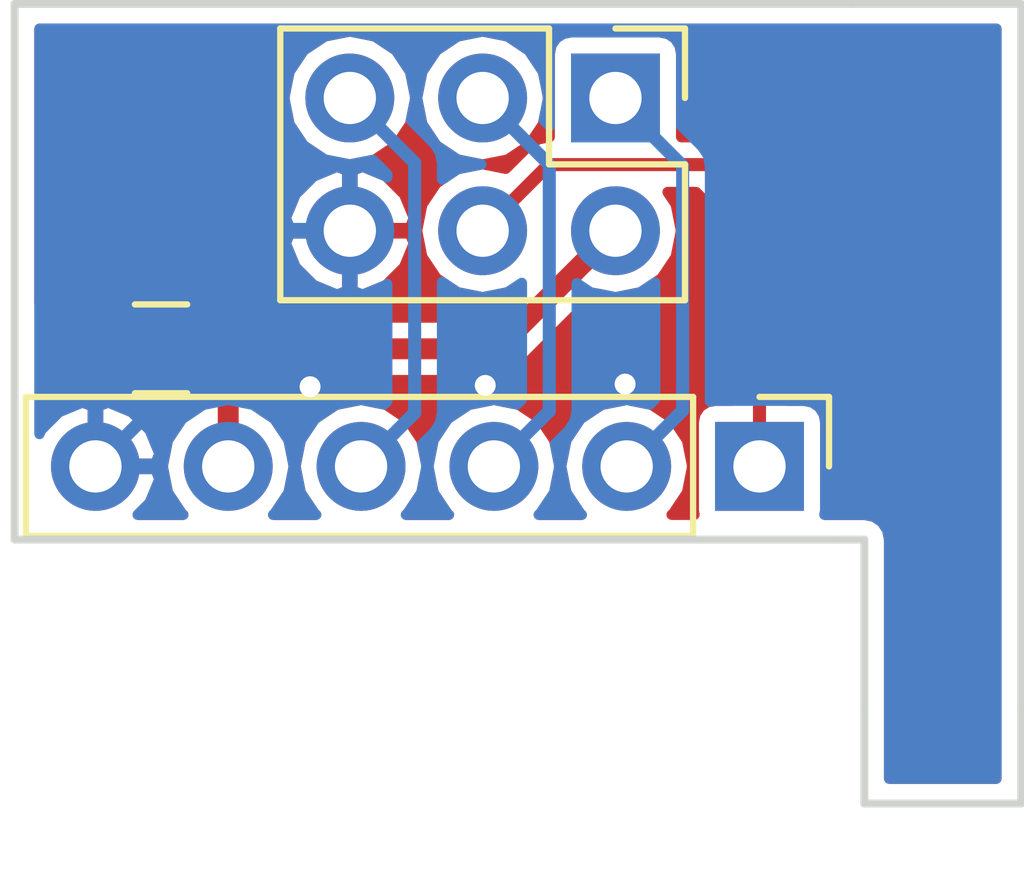
<source format=kicad_pcb>
(kicad_pcb (version 4) (host pcbnew 4.0.6)

  (general
    (links 8)
    (no_connects 8)
    (area 140.674999 101.424999 160.075001 116.875001)
    (thickness 1.6)
    (drawings 10)
    (tracks 29)
    (zones 0)
    (modules 3)
    (nets 7)
  )

  (page A4)
  (layers
    (0 F.Cu signal)
    (31 B.Cu signal)
    (32 B.Adhes user)
    (33 F.Adhes user)
    (34 B.Paste user)
    (35 F.Paste user)
    (36 B.SilkS user)
    (37 F.SilkS user)
    (38 B.Mask user)
    (39 F.Mask user hide)
    (40 Dwgs.User user)
    (41 Cmts.User user)
    (42 Eco1.User user)
    (43 Eco2.User user hide)
    (44 Edge.Cuts user)
    (45 Margin user)
    (46 B.CrtYd user hide)
    (47 F.CrtYd user hide)
    (48 B.Fab user)
    (49 F.Fab user hide)
  )

  (setup
    (last_trace_width 0.25)
    (user_trace_width 0.4)
    (trace_clearance 0.2)
    (zone_clearance 0.3)
    (zone_45_only no)
    (trace_min 0.2)
    (segment_width 0.2)
    (edge_width 0.15)
    (via_size 0.6)
    (via_drill 0.4)
    (via_min_size 0.4)
    (via_min_drill 0.3)
    (uvia_size 0.3)
    (uvia_drill 0.1)
    (uvias_allowed no)
    (uvia_min_size 0.2)
    (uvia_min_drill 0.1)
    (pcb_text_width 0.3)
    (pcb_text_size 1.5 1.5)
    (mod_edge_width 0.15)
    (mod_text_size 1 1)
    (mod_text_width 0.15)
    (pad_size 1.524 1.524)
    (pad_drill 0.762)
    (pad_to_mask_clearance 0.2)
    (aux_axis_origin 0 0)
    (visible_elements 7FFFFFFF)
    (pcbplotparams
      (layerselection 0x010f0_80000001)
      (usegerberextensions true)
      (usegerberattributes true)
      (excludeedgelayer true)
      (linewidth 0.200000)
      (plotframeref false)
      (viasonmask false)
      (mode 1)
      (useauxorigin false)
      (hpglpennumber 1)
      (hpglpenspeed 20)
      (hpglpendiameter 15)
      (hpglpenoverlay 2)
      (psnegative false)
      (psa4output false)
      (plotreference false)
      (plotvalue false)
      (plotinvisibletext false)
      (padsonsilk false)
      (subtractmaskfromsilk false)
      (outputformat 1)
      (mirror false)
      (drillshape 0)
      (scaleselection 1)
      (outputdirectory ""))
  )

  (net 0 "")
  (net 1 +3V3)
  (net 2 GND)
  (net 3 CS)
  (net 4 MISO)
  (net 5 CLK)
  (net 6 MOSI)

  (net_class Default "This is the default net class."
    (clearance 0.2)
    (trace_width 0.25)
    (via_dia 0.6)
    (via_drill 0.4)
    (uvia_dia 0.3)
    (uvia_drill 0.1)
    (add_net +3V3)
    (add_net CLK)
    (add_net CS)
    (add_net GND)
    (add_net MISO)
    (add_net MOSI)
  )

  (module Capacitors_SMD:C_0805_HandSoldering (layer F.Cu) (tedit 590E83FE) (tstamp 590E837E)
    (at 143.55 108.1 180)
    (descr "Capacitor SMD 0805, hand soldering")
    (tags "capacitor 0805")
    (path /590E7763)
    (attr smd)
    (fp_text reference C1 (at 0 -1.75 180) (layer F.SilkS) hide
      (effects (font (size 1 1) (thickness 0.15)))
    )
    (fp_text value C_Small (at 0 1.75 180) (layer F.Fab) hide
      (effects (font (size 1 1) (thickness 0.15)))
    )
    (fp_text user %R (at 0 -1.75 180) (layer F.Fab) hide
      (effects (font (size 1 1) (thickness 0.15)))
    )
    (fp_line (start -1 0.62) (end -1 -0.62) (layer F.Fab) (width 0.1))
    (fp_line (start 1 0.62) (end -1 0.62) (layer F.Fab) (width 0.1))
    (fp_line (start 1 -0.62) (end 1 0.62) (layer F.Fab) (width 0.1))
    (fp_line (start -1 -0.62) (end 1 -0.62) (layer F.Fab) (width 0.1))
    (fp_line (start 0.5 -0.85) (end -0.5 -0.85) (layer F.SilkS) (width 0.12))
    (fp_line (start -0.5 0.85) (end 0.5 0.85) (layer F.SilkS) (width 0.12))
    (fp_line (start -2.25 -0.88) (end 2.25 -0.88) (layer F.CrtYd) (width 0.05))
    (fp_line (start -2.25 -0.88) (end -2.25 0.87) (layer F.CrtYd) (width 0.05))
    (fp_line (start 2.25 0.87) (end 2.25 -0.88) (layer F.CrtYd) (width 0.05))
    (fp_line (start 2.25 0.87) (end -2.25 0.87) (layer F.CrtYd) (width 0.05))
    (pad 1 smd rect (at -1.25 0 180) (size 1.5 1.25) (layers F.Cu F.Paste F.Mask)
      (net 1 +3V3))
    (pad 2 smd rect (at 1.25 0 180) (size 1.5 1.25) (layers F.Cu F.Paste F.Mask)
      (net 2 GND))
    (model Capacitors_SMD.3dshapes/C_0805.wrl
      (at (xyz 0 0 0))
      (scale (xyz 1 1 1))
      (rotate (xyz 0 0 0))
    )
  )

  (module Pin_Headers:Pin_Header_Straight_1x06_Pitch2.54mm (layer F.Cu) (tedit 590E8E51) (tstamp 590E8394)
    (at 154.995 110.35 270)
    (descr "Through hole straight pin header, 1x06, 2.54mm pitch, single row")
    (tags "Through hole pin header THT 1x06 2.54mm single row")
    (path /590E7860)
    (fp_text reference P2 (at 0 -2.33 270) (layer F.SilkS) hide
      (effects (font (size 1 1) (thickness 0.15)))
    )
    (fp_text value CONN_01X06 (at 0 15.03 270) (layer F.Fab) hide
      (effects (font (size 1 1) (thickness 0.15)))
    )
    (fp_line (start -1.27 -1.27) (end -1.27 13.97) (layer F.Fab) (width 0.1))
    (fp_line (start -1.27 13.97) (end 1.27 13.97) (layer F.Fab) (width 0.1))
    (fp_line (start 1.27 13.97) (end 1.27 -1.27) (layer F.Fab) (width 0.1))
    (fp_line (start 1.27 -1.27) (end -1.27 -1.27) (layer F.Fab) (width 0.1))
    (fp_line (start -1.33 1.27) (end -1.33 14.03) (layer F.SilkS) (width 0.12))
    (fp_line (start -1.33 14.03) (end 1.33 14.03) (layer F.SilkS) (width 0.12))
    (fp_line (start 1.33 14.03) (end 1.33 1.27) (layer F.SilkS) (width 0.12))
    (fp_line (start 1.33 1.27) (end -1.33 1.27) (layer F.SilkS) (width 0.12))
    (fp_line (start -1.33 0) (end -1.33 -1.33) (layer F.SilkS) (width 0.12))
    (fp_line (start -1.33 -1.33) (end 0 -1.33) (layer F.SilkS) (width 0.12))
    (fp_line (start -1.8 -1.8) (end -1.8 14.5) (layer F.CrtYd) (width 0.05))
    (fp_line (start -1.8 14.5) (end 1.8 14.5) (layer F.CrtYd) (width 0.05))
    (fp_line (start 1.8 14.5) (end 1.8 -1.8) (layer F.CrtYd) (width 0.05))
    (fp_line (start 1.8 -1.8) (end -1.8 -1.8) (layer F.CrtYd) (width 0.05))
    (fp_text user %R (at 0 -2.33 270) (layer F.Fab) hide
      (effects (font (size 1 1) (thickness 0.15)))
    )
    (pad 1 thru_hole rect (at 0 0 270) (size 1.7 1.7) (drill 1) (layers *.Cu *.Mask)
      (net 6 MOSI))
    (pad 2 thru_hole oval (at 0 2.54 270) (size 1.7 1.7) (drill 1) (layers *.Cu *.Mask)
      (net 4 MISO))
    (pad 3 thru_hole oval (at 0 5.08 270) (size 1.7 1.7) (drill 1) (layers *.Cu *.Mask)
      (net 5 CLK))
    (pad 4 thru_hole oval (at 0 7.62 270) (size 1.7 1.7) (drill 1) (layers *.Cu *.Mask)
      (net 3 CS))
    (pad 5 thru_hole oval (at 0 10.16 270) (size 1.7 1.7) (drill 1) (layers *.Cu *.Mask)
      (net 1 +3V3))
    (pad 6 thru_hole oval (at 0 12.7 270) (size 1.7 1.7) (drill 1) (layers *.Cu *.Mask)
      (net 2 GND))
    (model ${KISYS3DMOD}/Pin_Headers.3dshapes/Pin_Header_Straight_1x06_Pitch2.54mm.wrl
      (at (xyz 0 -0.25 0))
      (scale (xyz 1 1 1))
      (rotate (xyz 0 0 90))
    )
  )

  (module Pin_Headers:Pin_Header_Straight_2x03_Pitch2.54mm (layer F.Cu) (tedit 590E8E4E) (tstamp 590E8D2F)
    (at 152.24 103.3 270)
    (descr "Through hole straight pin header, 2x03, 2.54mm pitch, double rows")
    (tags "Through hole pin header THT 2x03 2.54mm double row")
    (path /590E8C60)
    (fp_text reference P1 (at 1.27 -2.33 270) (layer F.SilkS) hide
      (effects (font (size 1 1) (thickness 0.15)))
    )
    (fp_text value CONN_02X03 (at 1.27 7.41 270) (layer F.Fab)
      (effects (font (size 1 1) (thickness 0.15)))
    )
    (fp_line (start -1.27 -1.27) (end -1.27 6.35) (layer F.Fab) (width 0.1))
    (fp_line (start -1.27 6.35) (end 3.81 6.35) (layer F.Fab) (width 0.1))
    (fp_line (start 3.81 6.35) (end 3.81 -1.27) (layer F.Fab) (width 0.1))
    (fp_line (start 3.81 -1.27) (end -1.27 -1.27) (layer F.Fab) (width 0.1))
    (fp_line (start -1.33 1.27) (end -1.33 6.41) (layer F.SilkS) (width 0.12))
    (fp_line (start -1.33 6.41) (end 3.87 6.41) (layer F.SilkS) (width 0.12))
    (fp_line (start 3.87 6.41) (end 3.87 -1.33) (layer F.SilkS) (width 0.12))
    (fp_line (start 3.87 -1.33) (end 1.27 -1.33) (layer F.SilkS) (width 0.12))
    (fp_line (start 1.27 -1.33) (end 1.27 1.27) (layer F.SilkS) (width 0.12))
    (fp_line (start 1.27 1.27) (end -1.33 1.27) (layer F.SilkS) (width 0.12))
    (fp_line (start -1.33 0) (end -1.33 -1.33) (layer F.SilkS) (width 0.12))
    (fp_line (start -1.33 -1.33) (end 0 -1.33) (layer F.SilkS) (width 0.12))
    (fp_line (start -1.8 -1.8) (end -1.8 6.85) (layer F.CrtYd) (width 0.05))
    (fp_line (start -1.8 6.85) (end 4.35 6.85) (layer F.CrtYd) (width 0.05))
    (fp_line (start 4.35 6.85) (end 4.35 -1.8) (layer F.CrtYd) (width 0.05))
    (fp_line (start 4.35 -1.8) (end -1.8 -1.8) (layer F.CrtYd) (width 0.05))
    (fp_text user %R (at 1.27 -2.33 270) (layer F.Fab)
      (effects (font (size 1 1) (thickness 0.15)))
    )
    (pad 1 thru_hole rect (at 0 0 270) (size 1.7 1.7) (drill 1) (layers *.Cu *.Mask)
      (net 4 MISO))
    (pad 2 thru_hole oval (at 2.54 0 270) (size 1.7 1.7) (drill 1) (layers *.Cu *.Mask)
      (net 1 +3V3))
    (pad 3 thru_hole oval (at 0 2.54 270) (size 1.7 1.7) (drill 1) (layers *.Cu *.Mask)
      (net 5 CLK))
    (pad 4 thru_hole oval (at 2.54 2.54 270) (size 1.7 1.7) (drill 1) (layers *.Cu *.Mask)
      (net 6 MOSI))
    (pad 5 thru_hole oval (at 0 5.08 270) (size 1.7 1.7) (drill 1) (layers *.Cu *.Mask)
      (net 3 CS))
    (pad 6 thru_hole oval (at 2.54 5.08 270) (size 1.7 1.7) (drill 1) (layers *.Cu *.Mask)
      (net 2 GND))
    (model ${KISYS3DMOD}/Pin_Headers.3dshapes/Pin_Header_Straight_2x03_Pitch2.54mm.wrl
      (at (xyz 0.05 -0.1 0))
      (scale (xyz 1 1 1))
      (rotate (xyz 0 0 90))
    )
  )

  (gr_line (start 157 115) (end 157 116.8) (layer Edge.Cuts) (width 0.15))
  (gr_line (start 160 115) (end 160 116.8) (layer Edge.Cuts) (width 0.15))
  (gr_line (start 160 101.5) (end 156.75 101.5) (layer Edge.Cuts) (width 0.15))
  (gr_line (start 160 115) (end 160 101.5) (layer Edge.Cuts) (width 0.15))
  (gr_line (start 157 116.8) (end 160 116.8) (layer Edge.Cuts) (width 0.15))
  (gr_line (start 157 111.75) (end 157 115) (layer Edge.Cuts) (width 0.15))
  (gr_line (start 156.5 111.75) (end 157 111.75) (layer Edge.Cuts) (width 0.15))
  (gr_line (start 140.75 111.75) (end 156.5 111.75) (layer Edge.Cuts) (width 0.15))
  (gr_line (start 140.75 101.5) (end 156.75 101.5) (layer Edge.Cuts) (width 0.15))
  (gr_line (start 140.75 111.75) (end 140.75 101.5) (layer Edge.Cuts) (width 0.15))

  (segment (start 144.8 108.1) (end 149.98 108.1) (width 0.4) (layer F.Cu) (net 1))
  (segment (start 149.98 108.1) (end 152.24 105.84) (width 0.4) (layer F.Cu) (net 1))
  (segment (start 144.835 110.35) (end 144.835 108.135) (width 0.4) (layer F.Cu) (net 1))
  (segment (start 144.835 108.135) (end 144.8 108.1) (width 0.4) (layer F.Cu) (net 1))
  (segment (start 149.75 108.8) (end 152.4 108.8) (width 0.25) (layer F.Cu) (net 2))
  (segment (start 152.4 108.8) (end 152.425 108.775) (width 0.25) (layer F.Cu) (net 2))
  (via (at 152.425 108.775) (size 0.6) (drill 0.4) (layers F.Cu B.Cu) (net 2))
  (segment (start 146.4 108.825) (end 149.725 108.825) (width 0.25) (layer F.Cu) (net 2))
  (segment (start 149.725 108.825) (end 149.75 108.8) (width 0.25) (layer F.Cu) (net 2))
  (via (at 149.75 108.8) (size 0.6) (drill 0.4) (layers F.Cu B.Cu) (net 2))
  (segment (start 142.295 110.35) (end 143.82 108.825) (width 0.25) (layer B.Cu) (net 2))
  (segment (start 143.82 108.825) (end 146.4 108.825) (width 0.25) (layer B.Cu) (net 2))
  (via (at 146.4 108.825) (size 0.6) (drill 0.4) (layers F.Cu B.Cu) (net 2))
  (segment (start 148.4 109.325) (end 148.4 104.54) (width 0.25) (layer B.Cu) (net 3))
  (segment (start 148.4 104.54) (end 147.16 103.3) (width 0.25) (layer B.Cu) (net 3))
  (segment (start 147.375 110.35) (end 148.4 109.325) (width 0.25) (layer B.Cu) (net 3))
  (segment (start 146.95 109.925) (end 147.375 110.35) (width 0.25) (layer B.Cu) (net 3))
  (segment (start 152.455 110.35) (end 153.525 109.28) (width 0.25) (layer B.Cu) (net 4))
  (segment (start 153.525 109.28) (end 153.525 104.6) (width 0.25) (layer B.Cu) (net 4))
  (segment (start 153.525 104.6) (end 152.24 103.315) (width 0.25) (layer B.Cu) (net 4))
  (segment (start 152.24 103.315) (end 152.24 103.3) (width 0.25) (layer B.Cu) (net 4))
  (segment (start 150.975 109.29) (end 150.975 104.575) (width 0.25) (layer B.Cu) (net 5))
  (segment (start 150.975 104.575) (end 149.7 103.3) (width 0.25) (layer B.Cu) (net 5))
  (segment (start 149.915 110.35) (end 150.975 109.29) (width 0.25) (layer B.Cu) (net 5))
  (segment (start 154 104.575) (end 154.995 105.57) (width 0.25) (layer F.Cu) (net 6))
  (segment (start 154.995 105.57) (end 154.995 110.35) (width 0.25) (layer F.Cu) (net 6))
  (segment (start 150.965 104.575) (end 154 104.575) (width 0.25) (layer F.Cu) (net 6))
  (segment (start 149.7 105.84) (end 150.965 104.575) (width 0.25) (layer F.Cu) (net 6))
  (segment (start 154.95 110.305) (end 154.995 110.35) (width 0.4) (layer F.Cu) (net 6))

  (zone (net 2) (net_name GND) (layer F.Cu) (tstamp 0) (hatch edge 0.508)
    (connect_pads (clearance 0.3))
    (min_thickness 0.2)
    (fill yes (arc_segments 16) (thermal_gap 0.3) (thermal_bridge_width 0.3))
    (polygon
      (pts
        (xy 140.75 101.5) (xy 160 101.5) (xy 160 118.2) (xy 140.8 118.2)
      )
    )
    (filled_polygon
      (pts
        (xy 159.525 116.325) (xy 157.475 116.325) (xy 157.475 111.75) (xy 157.438843 111.568225) (xy 157.335876 111.414124)
        (xy 157.181775 111.311157) (xy 157 111.275) (xy 156.237648 111.275) (xy 156.252836 111.2) (xy 156.252836 109.5)
        (xy 156.224944 109.351769) (xy 156.13734 109.215628) (xy 156.003671 109.124296) (xy 155.845 109.092164) (xy 155.52 109.092164)
        (xy 155.52 105.57) (xy 155.480037 105.369091) (xy 155.366231 105.198769) (xy 154.371231 104.203769) (xy 154.200909 104.089963)
        (xy 154 104.05) (xy 153.497836 104.05) (xy 153.497836 102.45) (xy 153.469944 102.301769) (xy 153.38234 102.165628)
        (xy 153.248671 102.074296) (xy 153.09 102.042164) (xy 151.39 102.042164) (xy 151.241769 102.070056) (xy 151.105628 102.15766)
        (xy 151.014296 102.291329) (xy 150.982164 102.45) (xy 150.982164 104.05) (xy 150.965 104.05) (xy 150.764091 104.089963)
        (xy 150.593769 104.203769) (xy 150.143758 104.65378) (xy 149.722568 104.57) (xy 150.178354 104.479338) (xy 150.583883 104.208372)
        (xy 150.854849 103.802843) (xy 150.95 103.324489) (xy 150.95 103.275511) (xy 150.854849 102.797157) (xy 150.583883 102.391628)
        (xy 150.178354 102.120662) (xy 149.7 102.025511) (xy 149.221646 102.120662) (xy 148.816117 102.391628) (xy 148.545151 102.797157)
        (xy 148.45 103.275511) (xy 148.45 103.324489) (xy 148.545151 103.802843) (xy 148.816117 104.208372) (xy 149.221646 104.479338)
        (xy 149.677432 104.57) (xy 149.221646 104.660662) (xy 148.816117 104.931628) (xy 148.545151 105.337157) (xy 148.45 105.815511)
        (xy 148.45 105.864489) (xy 148.545151 106.342843) (xy 148.816117 106.748372) (xy 149.221646 107.019338) (xy 149.7 107.114489)
        (xy 150.178354 107.019338) (xy 150.280156 106.951316) (xy 149.731472 107.5) (xy 145.957836 107.5) (xy 145.957836 107.475)
        (xy 145.929944 107.326769) (xy 145.84234 107.190628) (xy 145.708671 107.099296) (xy 145.55 107.067164) (xy 144.05 107.067164)
        (xy 143.901769 107.095056) (xy 143.765628 107.18266) (xy 143.674296 107.316329) (xy 143.642164 107.475) (xy 143.642164 108.725)
        (xy 143.670056 108.873231) (xy 143.75766 109.009372) (xy 143.891329 109.100704) (xy 144.05 109.132836) (xy 144.235 109.132836)
        (xy 144.235 109.251943) (xy 143.951117 109.441628) (xy 143.680151 109.847157) (xy 143.585 110.325511) (xy 143.585 110.374489)
        (xy 143.680151 110.852843) (xy 143.951117 111.258372) (xy 143.976003 111.275) (xy 143.10372 111.275) (xy 143.333826 111.045235)
        (xy 143.520805 110.594772) (xy 143.444004 110.4) (xy 142.345 110.4) (xy 142.345 110.42) (xy 142.245 110.42)
        (xy 142.245 110.4) (xy 142.225 110.4) (xy 142.225 110.3) (xy 142.245 110.3) (xy 142.245 109.201087)
        (xy 142.345 109.201087) (xy 142.345 110.3) (xy 143.444004 110.3) (xy 143.520805 110.105228) (xy 143.333826 109.654765)
        (xy 142.988695 109.310145) (xy 142.541705 109.125) (xy 143.129565 109.125) (xy 143.276582 109.064104) (xy 143.389104 108.951582)
        (xy 143.45 108.804565) (xy 143.45 108.25) (xy 143.35 108.15) (xy 142.35 108.15) (xy 142.35 109.025)
        (xy 142.45 109.125) (xy 142.537742 109.125) (xy 142.345 109.201087) (xy 142.245 109.201087) (xy 142.052258 109.125)
        (xy 142.15 109.125) (xy 142.25 109.025) (xy 142.25 108.15) (xy 142.23 108.15) (xy 142.23 108.05)
        (xy 142.25 108.05) (xy 142.25 107.175) (xy 142.35 107.175) (xy 142.35 108.05) (xy 143.35 108.05)
        (xy 143.45 107.95) (xy 143.45 107.395435) (xy 143.389104 107.248418) (xy 143.276582 107.135896) (xy 143.129565 107.075)
        (xy 142.45 107.075) (xy 142.35 107.175) (xy 142.25 107.175) (xy 142.15 107.075) (xy 141.470435 107.075)
        (xy 141.323418 107.135896) (xy 141.225 107.234314) (xy 141.225 106.084772) (xy 145.934195 106.084772) (xy 146.121174 106.535235)
        (xy 146.466305 106.879855) (xy 146.915229 107.065801) (xy 147.11 106.988913) (xy 147.11 105.89) (xy 147.21 105.89)
        (xy 147.21 106.988913) (xy 147.404771 107.065801) (xy 147.853695 106.879855) (xy 148.198826 106.535235) (xy 148.385805 106.084772)
        (xy 148.309004 105.89) (xy 147.21 105.89) (xy 147.11 105.89) (xy 146.010996 105.89) (xy 145.934195 106.084772)
        (xy 141.225 106.084772) (xy 141.225 105.595228) (xy 145.934195 105.595228) (xy 146.010996 105.79) (xy 147.11 105.79)
        (xy 147.11 104.691087) (xy 147.21 104.691087) (xy 147.21 105.79) (xy 148.309004 105.79) (xy 148.385805 105.595228)
        (xy 148.198826 105.144765) (xy 147.853695 104.800145) (xy 147.404771 104.614199) (xy 147.21 104.691087) (xy 147.11 104.691087)
        (xy 146.915229 104.614199) (xy 146.466305 104.800145) (xy 146.121174 105.144765) (xy 145.934195 105.595228) (xy 141.225 105.595228)
        (xy 141.225 103.275511) (xy 145.91 103.275511) (xy 145.91 103.324489) (xy 146.005151 103.802843) (xy 146.276117 104.208372)
        (xy 146.681646 104.479338) (xy 147.16 104.574489) (xy 147.638354 104.479338) (xy 148.043883 104.208372) (xy 148.314849 103.802843)
        (xy 148.41 103.324489) (xy 148.41 103.275511) (xy 148.314849 102.797157) (xy 148.043883 102.391628) (xy 147.638354 102.120662)
        (xy 147.16 102.025511) (xy 146.681646 102.120662) (xy 146.276117 102.391628) (xy 146.005151 102.797157) (xy 145.91 103.275511)
        (xy 141.225 103.275511) (xy 141.225 101.975) (xy 159.525 101.975)
      )
    )
    (filled_polygon
      (pts
        (xy 154.47 105.787462) (xy 154.47 109.092164) (xy 154.145 109.092164) (xy 153.996769 109.120056) (xy 153.860628 109.20766)
        (xy 153.769296 109.341329) (xy 153.737164 109.5) (xy 153.737164 111.2) (xy 153.751276 111.275) (xy 153.313997 111.275)
        (xy 153.338883 111.258372) (xy 153.609849 110.852843) (xy 153.705 110.374489) (xy 153.705 110.325511) (xy 153.609849 109.847157)
        (xy 153.338883 109.441628) (xy 152.933354 109.170662) (xy 152.455 109.075511) (xy 151.976646 109.170662) (xy 151.571117 109.441628)
        (xy 151.300151 109.847157) (xy 151.205 110.325511) (xy 151.205 110.374489) (xy 151.300151 110.852843) (xy 151.571117 111.258372)
        (xy 151.596003 111.275) (xy 150.773997 111.275) (xy 150.798883 111.258372) (xy 151.069849 110.852843) (xy 151.165 110.374489)
        (xy 151.165 110.325511) (xy 151.069849 109.847157) (xy 150.798883 109.441628) (xy 150.393354 109.170662) (xy 149.915 109.075511)
        (xy 149.436646 109.170662) (xy 149.031117 109.441628) (xy 148.760151 109.847157) (xy 148.665 110.325511) (xy 148.665 110.374489)
        (xy 148.760151 110.852843) (xy 149.031117 111.258372) (xy 149.056003 111.275) (xy 148.233997 111.275) (xy 148.258883 111.258372)
        (xy 148.529849 110.852843) (xy 148.625 110.374489) (xy 148.625 110.325511) (xy 148.529849 109.847157) (xy 148.258883 109.441628)
        (xy 147.853354 109.170662) (xy 147.375 109.075511) (xy 146.896646 109.170662) (xy 146.491117 109.441628) (xy 146.220151 109.847157)
        (xy 146.125 110.325511) (xy 146.125 110.374489) (xy 146.220151 110.852843) (xy 146.491117 111.258372) (xy 146.516003 111.275)
        (xy 145.693997 111.275) (xy 145.718883 111.258372) (xy 145.989849 110.852843) (xy 146.085 110.374489) (xy 146.085 110.325511)
        (xy 145.989849 109.847157) (xy 145.718883 109.441628) (xy 145.435 109.251943) (xy 145.435 109.132836) (xy 145.55 109.132836)
        (xy 145.698231 109.104944) (xy 145.834372 109.01734) (xy 145.925704 108.883671) (xy 145.957836 108.725) (xy 145.957836 108.7)
        (xy 149.98 108.7) (xy 150.20961 108.654328) (xy 150.404264 108.524264) (xy 151.884711 107.043817) (xy 152.24 107.114489)
        (xy 152.718354 107.019338) (xy 153.123883 106.748372) (xy 153.394849 106.342843) (xy 153.49 105.864489) (xy 153.49 105.815511)
        (xy 153.394849 105.337157) (xy 153.236386 105.1) (xy 153.782538 105.1)
      )
    )
  )
  (zone (net 2) (net_name GND) (layer B.Cu) (tstamp 0) (hatch edge 0.508)
    (connect_pads (clearance 0.3))
    (min_thickness 0.2)
    (fill yes (arc_segments 16) (thermal_gap 0.3) (thermal_bridge_width 0.3))
    (polygon
      (pts
        (xy 140.75 101.5) (xy 160 101.5) (xy 160 118.2) (xy 140.8 118.2)
      )
    )
    (filled_polygon
      (pts
        (xy 159.525 116.325) (xy 157.475 116.325) (xy 157.475 111.75) (xy 157.438843 111.568225) (xy 157.335876 111.414124)
        (xy 157.181775 111.311157) (xy 157 111.275) (xy 156.237648 111.275) (xy 156.252836 111.2) (xy 156.252836 109.5)
        (xy 156.224944 109.351769) (xy 156.13734 109.215628) (xy 156.003671 109.124296) (xy 155.845 109.092164) (xy 154.145 109.092164)
        (xy 154.05 109.11004) (xy 154.05 104.6) (xy 154.010037 104.399091) (xy 153.896231 104.228769) (xy 153.497836 103.830374)
        (xy 153.497836 102.45) (xy 153.469944 102.301769) (xy 153.38234 102.165628) (xy 153.248671 102.074296) (xy 153.09 102.042164)
        (xy 151.39 102.042164) (xy 151.241769 102.070056) (xy 151.105628 102.15766) (xy 151.014296 102.291329) (xy 150.982164 102.45)
        (xy 150.982164 103.839702) (xy 150.869857 103.727395) (xy 150.95 103.324489) (xy 150.95 103.275511) (xy 150.854849 102.797157)
        (xy 150.583883 102.391628) (xy 150.178354 102.120662) (xy 149.7 102.025511) (xy 149.221646 102.120662) (xy 148.816117 102.391628)
        (xy 148.545151 102.797157) (xy 148.45 103.275511) (xy 148.45 103.324489) (xy 148.545151 103.802843) (xy 148.816117 104.208372)
        (xy 149.221646 104.479338) (xy 149.677432 104.57) (xy 149.221646 104.660662) (xy 148.925 104.858875) (xy 148.925 104.54)
        (xy 148.885037 104.339091) (xy 148.771231 104.168769) (xy 148.329857 103.727395) (xy 148.41 103.324489) (xy 148.41 103.275511)
        (xy 148.314849 102.797157) (xy 148.043883 102.391628) (xy 147.638354 102.120662) (xy 147.16 102.025511) (xy 146.681646 102.120662)
        (xy 146.276117 102.391628) (xy 146.005151 102.797157) (xy 145.91 103.275511) (xy 145.91 103.324489) (xy 146.005151 103.802843)
        (xy 146.276117 104.208372) (xy 146.681646 104.479338) (xy 147.16 104.574489) (xy 147.603758 104.48622) (xy 147.875 104.757462)
        (xy 147.875 104.821418) (xy 147.853695 104.800145) (xy 147.404771 104.614199) (xy 147.21 104.691087) (xy 147.21 105.79)
        (xy 147.23 105.79) (xy 147.23 105.89) (xy 147.21 105.89) (xy 147.21 106.988913) (xy 147.404771 107.065801)
        (xy 147.853695 106.879855) (xy 147.875 106.858582) (xy 147.875 109.107538) (xy 147.818758 109.16378) (xy 147.375 109.075511)
        (xy 146.896646 109.170662) (xy 146.491117 109.441628) (xy 146.220151 109.847157) (xy 146.125 110.325511) (xy 146.125 110.374489)
        (xy 146.220151 110.852843) (xy 146.491117 111.258372) (xy 146.516003 111.275) (xy 145.693997 111.275) (xy 145.718883 111.258372)
        (xy 145.989849 110.852843) (xy 146.085 110.374489) (xy 146.085 110.325511) (xy 145.989849 109.847157) (xy 145.718883 109.441628)
        (xy 145.313354 109.170662) (xy 144.835 109.075511) (xy 144.356646 109.170662) (xy 143.951117 109.441628) (xy 143.680151 109.847157)
        (xy 143.585 110.325511) (xy 143.585 110.374489) (xy 143.680151 110.852843) (xy 143.951117 111.258372) (xy 143.976003 111.275)
        (xy 143.10372 111.275) (xy 143.333826 111.045235) (xy 143.520805 110.594772) (xy 143.444004 110.4) (xy 142.345 110.4)
        (xy 142.345 110.42) (xy 142.245 110.42) (xy 142.245 110.4) (xy 142.225 110.4) (xy 142.225 110.3)
        (xy 142.245 110.3) (xy 142.245 109.201087) (xy 142.345 109.201087) (xy 142.345 110.3) (xy 143.444004 110.3)
        (xy 143.520805 110.105228) (xy 143.333826 109.654765) (xy 142.988695 109.310145) (xy 142.539771 109.124199) (xy 142.345 109.201087)
        (xy 142.245 109.201087) (xy 142.050229 109.124199) (xy 141.601305 109.310145) (xy 141.256174 109.654765) (xy 141.225 109.729868)
        (xy 141.225 106.084772) (xy 145.934195 106.084772) (xy 146.121174 106.535235) (xy 146.466305 106.879855) (xy 146.915229 107.065801)
        (xy 147.11 106.988913) (xy 147.11 105.89) (xy 146.010996 105.89) (xy 145.934195 106.084772) (xy 141.225 106.084772)
        (xy 141.225 105.595228) (xy 145.934195 105.595228) (xy 146.010996 105.79) (xy 147.11 105.79) (xy 147.11 104.691087)
        (xy 146.915229 104.614199) (xy 146.466305 104.800145) (xy 146.121174 105.144765) (xy 145.934195 105.595228) (xy 141.225 105.595228)
        (xy 141.225 101.975) (xy 159.525 101.975)
      )
    )
    (filled_polygon
      (pts
        (xy 149.221646 107.019338) (xy 149.7 107.114489) (xy 150.178354 107.019338) (xy 150.45 106.83783) (xy 150.45 109.072538)
        (xy 150.358758 109.16378) (xy 149.915 109.075511) (xy 149.436646 109.170662) (xy 149.031117 109.441628) (xy 148.760151 109.847157)
        (xy 148.665 110.325511) (xy 148.665 110.374489) (xy 148.760151 110.852843) (xy 149.031117 111.258372) (xy 149.056003 111.275)
        (xy 148.233997 111.275) (xy 148.258883 111.258372) (xy 148.529849 110.852843) (xy 148.625 110.374489) (xy 148.625 110.325511)
        (xy 148.544857 109.922605) (xy 148.771231 109.696231) (xy 148.885037 109.525909) (xy 148.925 109.325) (xy 148.925 106.821125)
      )
    )
    (filled_polygon
      (pts
        (xy 153 109.062538) (xy 152.898758 109.16378) (xy 152.455 109.075511) (xy 151.976646 109.170662) (xy 151.571117 109.441628)
        (xy 151.300151 109.847157) (xy 151.205 110.325511) (xy 151.205 110.374489) (xy 151.300151 110.852843) (xy 151.571117 111.258372)
        (xy 151.596003 111.275) (xy 150.773997 111.275) (xy 150.798883 111.258372) (xy 151.069849 110.852843) (xy 151.165 110.374489)
        (xy 151.165 110.325511) (xy 151.084857 109.922605) (xy 151.346231 109.661231) (xy 151.460037 109.490909) (xy 151.5 109.29)
        (xy 151.5 106.844512) (xy 151.761646 107.019338) (xy 152.24 107.114489) (xy 152.718354 107.019338) (xy 153 106.831148)
      )
    )
  )
)

</source>
